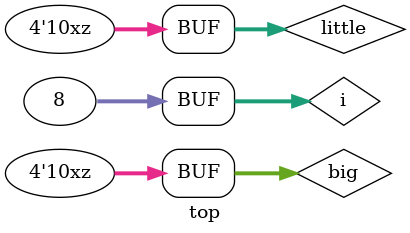
<source format=v>
module top;
  reg [0:3] big;
  reg [3:0] little;

  initial begin
    little = 4'b10xz;
    big   = 4'b10xz;
  end

  integer i;
  
  always @(*) begin
    for (i = 0; i < 8; i = i + 1) begin
        $display("little %b\tbig %b", little[i], big[i]);
      end
    end

endmodule

</source>
